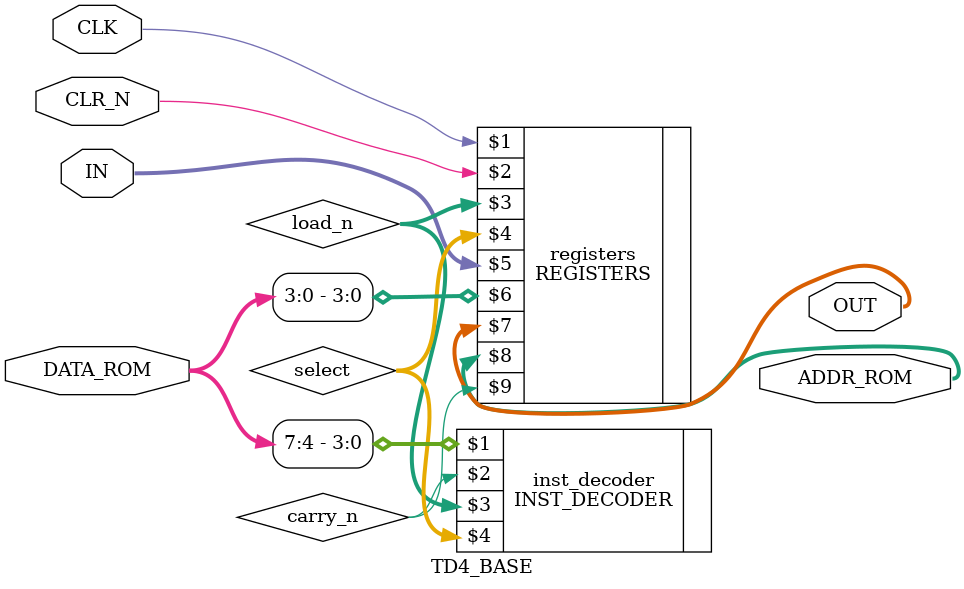
<source format=v>
module TD4_BASE(
    input CLK,
    input CLR_N,
    input [3:0] IN,
    input [7:0] DATA_ROM,
    output wire [3:0] OUT,
    output wire [3:0] ADDR_ROM
);

wire [3:0] load_n;
wire [1:0] select;
wire carry_n;

REGISTERS registers(CLK,
                    CLR_N,
                    load_n,
                    select,
                    IN,
                    DATA_ROM[3:0],
                    OUT,
                    ADDR_ROM,
                    carry_n);

INST_DECODER inst_decoder(DATA_ROM[7:4],
                         carry_n,
                         load_n,
                         select);

endmodule

</source>
